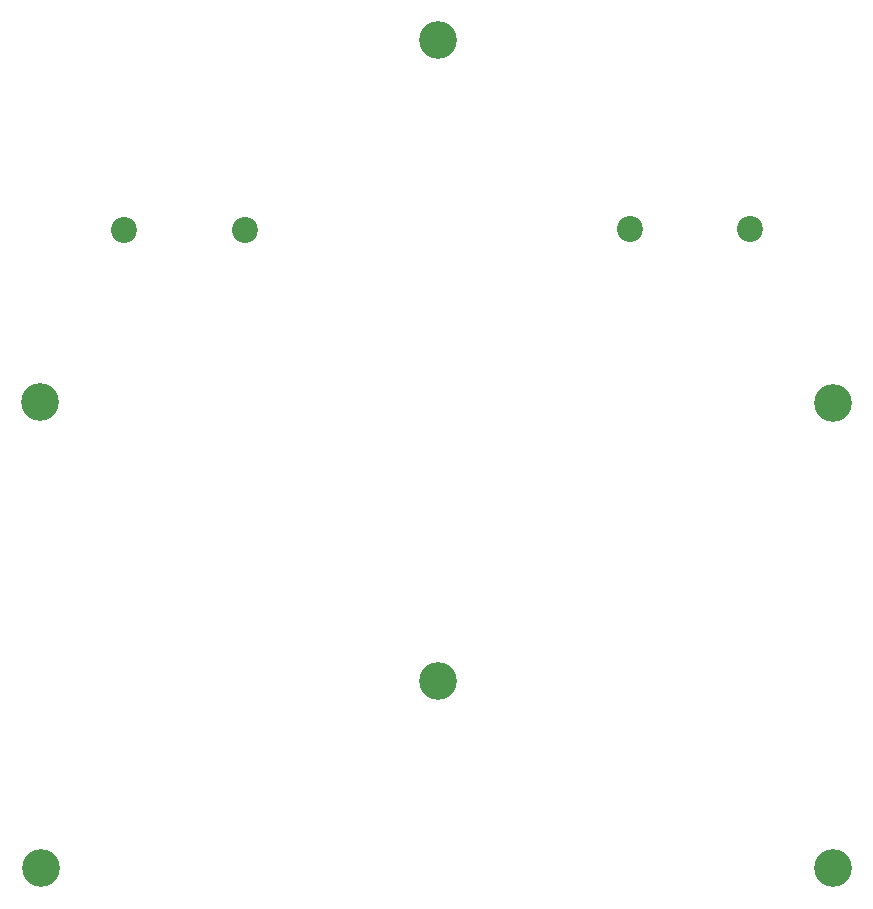
<source format=gbr>
%TF.GenerationSoftware,KiCad,Pcbnew,7.0.8*%
%TF.CreationDate,2025-02-10T02:42:51-05:00*%
%TF.ProjectId,RCTransmitterAecertRobotics,52435472-616e-4736-9d69-747465724165,V1.02*%
%TF.SameCoordinates,Original*%
%TF.FileFunction,NonPlated,1,2,NPTH,Drill*%
%TF.FilePolarity,Positive*%
%FSLAX46Y46*%
G04 Gerber Fmt 4.6, Leading zero omitted, Abs format (unit mm)*
G04 Created by KiCad (PCBNEW 7.0.8) date 2025-02-10 02:42:51*
%MOMM*%
%LPD*%
G01*
G04 APERTURE LIST*
%TA.AperFunction,ComponentDrill*%
%ADD10C,2.200000*%
%TD*%
%TA.AperFunction,ComponentDrill*%
%ADD11C,3.200000*%
%TD*%
G04 APERTURE END LIST*
D10*
%TO.C,Pot1*%
X114478111Y-85096874D03*
X124705737Y-85096874D03*
%TO.C,Pot2*%
X157253351Y-85092683D03*
X167432154Y-85092683D03*
D11*
%TO.C,H5*%
X107306032Y-99690751D03*
%TO.C,H7*%
X107445778Y-139162731D03*
%TO.C,H10*%
X141018739Y-123314035D03*
%TO.C,H9*%
X141024288Y-69041240D03*
%TO.C,H6*%
X174493637Y-99822788D03*
%TO.C,H8*%
X174498151Y-139192604D03*
M02*

</source>
